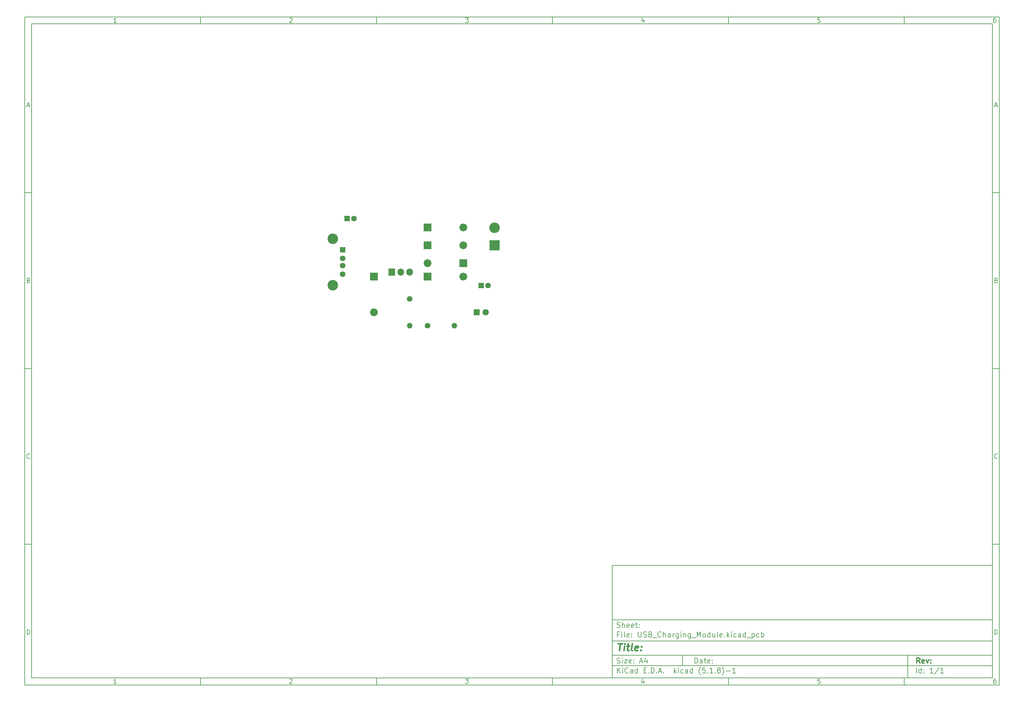
<source format=gtl>
%TF.GenerationSoftware,KiCad,Pcbnew,(5.1.8)-1*%
%TF.CreationDate,2021-07-24T17:40:12+02:00*%
%TF.ProjectId,USB_Charging_Module,5553425f-4368-4617-9267-696e675f4d6f,rev?*%
%TF.SameCoordinates,Original*%
%TF.FileFunction,Copper,L1,Top*%
%TF.FilePolarity,Positive*%
%FSLAX46Y46*%
G04 Gerber Fmt 4.6, Leading zero omitted, Abs format (unit mm)*
G04 Created by KiCad (PCBNEW (5.1.8)-1) date 2021-07-24 17:40:12*
%MOMM*%
%LPD*%
G01*
G04 APERTURE LIST*
%ADD10C,0.100000*%
%ADD11C,0.150000*%
%ADD12C,0.300000*%
%ADD13C,0.400000*%
%TA.AperFunction,ComponentPad*%
%ADD14C,1.600000*%
%TD*%
%TA.AperFunction,ComponentPad*%
%ADD15R,1.500000X1.600000*%
%TD*%
%TA.AperFunction,ComponentPad*%
%ADD16C,3.000000*%
%TD*%
%TA.AperFunction,ComponentPad*%
%ADD17C,1.800000*%
%TD*%
%TA.AperFunction,ComponentPad*%
%ADD18R,1.800000X1.800000*%
%TD*%
%TA.AperFunction,ComponentPad*%
%ADD19R,1.600000X1.600000*%
%TD*%
%TA.AperFunction,ComponentPad*%
%ADD20R,2.200000X2.200000*%
%TD*%
%TA.AperFunction,ComponentPad*%
%ADD21O,2.200000X2.200000*%
%TD*%
%TA.AperFunction,ComponentPad*%
%ADD22R,3.000000X3.000000*%
%TD*%
%TA.AperFunction,ComponentPad*%
%ADD23O,1.600000X1.600000*%
%TD*%
%TA.AperFunction,ComponentPad*%
%ADD24R,1.905000X2.000000*%
%TD*%
%TA.AperFunction,ComponentPad*%
%ADD25O,1.905000X2.000000*%
%TD*%
G04 APERTURE END LIST*
D10*
D11*
X177002200Y-166007200D02*
X177002200Y-198007200D01*
X285002200Y-198007200D01*
X285002200Y-166007200D01*
X177002200Y-166007200D01*
D10*
D11*
X10000000Y-10000000D02*
X10000000Y-200007200D01*
X287002200Y-200007200D01*
X287002200Y-10000000D01*
X10000000Y-10000000D01*
D10*
D11*
X12000000Y-12000000D02*
X12000000Y-198007200D01*
X285002200Y-198007200D01*
X285002200Y-12000000D01*
X12000000Y-12000000D01*
D10*
D11*
X60000000Y-12000000D02*
X60000000Y-10000000D01*
D10*
D11*
X110000000Y-12000000D02*
X110000000Y-10000000D01*
D10*
D11*
X160000000Y-12000000D02*
X160000000Y-10000000D01*
D10*
D11*
X210000000Y-12000000D02*
X210000000Y-10000000D01*
D10*
D11*
X260000000Y-12000000D02*
X260000000Y-10000000D01*
D10*
D11*
X36065476Y-11588095D02*
X35322619Y-11588095D01*
X35694047Y-11588095D02*
X35694047Y-10288095D01*
X35570238Y-10473809D01*
X35446428Y-10597619D01*
X35322619Y-10659523D01*
D10*
D11*
X85322619Y-10411904D02*
X85384523Y-10350000D01*
X85508333Y-10288095D01*
X85817857Y-10288095D01*
X85941666Y-10350000D01*
X86003571Y-10411904D01*
X86065476Y-10535714D01*
X86065476Y-10659523D01*
X86003571Y-10845238D01*
X85260714Y-11588095D01*
X86065476Y-11588095D01*
D10*
D11*
X135260714Y-10288095D02*
X136065476Y-10288095D01*
X135632142Y-10783333D01*
X135817857Y-10783333D01*
X135941666Y-10845238D01*
X136003571Y-10907142D01*
X136065476Y-11030952D01*
X136065476Y-11340476D01*
X136003571Y-11464285D01*
X135941666Y-11526190D01*
X135817857Y-11588095D01*
X135446428Y-11588095D01*
X135322619Y-11526190D01*
X135260714Y-11464285D01*
D10*
D11*
X185941666Y-10721428D02*
X185941666Y-11588095D01*
X185632142Y-10226190D02*
X185322619Y-11154761D01*
X186127380Y-11154761D01*
D10*
D11*
X236003571Y-10288095D02*
X235384523Y-10288095D01*
X235322619Y-10907142D01*
X235384523Y-10845238D01*
X235508333Y-10783333D01*
X235817857Y-10783333D01*
X235941666Y-10845238D01*
X236003571Y-10907142D01*
X236065476Y-11030952D01*
X236065476Y-11340476D01*
X236003571Y-11464285D01*
X235941666Y-11526190D01*
X235817857Y-11588095D01*
X235508333Y-11588095D01*
X235384523Y-11526190D01*
X235322619Y-11464285D01*
D10*
D11*
X285941666Y-10288095D02*
X285694047Y-10288095D01*
X285570238Y-10350000D01*
X285508333Y-10411904D01*
X285384523Y-10597619D01*
X285322619Y-10845238D01*
X285322619Y-11340476D01*
X285384523Y-11464285D01*
X285446428Y-11526190D01*
X285570238Y-11588095D01*
X285817857Y-11588095D01*
X285941666Y-11526190D01*
X286003571Y-11464285D01*
X286065476Y-11340476D01*
X286065476Y-11030952D01*
X286003571Y-10907142D01*
X285941666Y-10845238D01*
X285817857Y-10783333D01*
X285570238Y-10783333D01*
X285446428Y-10845238D01*
X285384523Y-10907142D01*
X285322619Y-11030952D01*
D10*
D11*
X60000000Y-198007200D02*
X60000000Y-200007200D01*
D10*
D11*
X110000000Y-198007200D02*
X110000000Y-200007200D01*
D10*
D11*
X160000000Y-198007200D02*
X160000000Y-200007200D01*
D10*
D11*
X210000000Y-198007200D02*
X210000000Y-200007200D01*
D10*
D11*
X260000000Y-198007200D02*
X260000000Y-200007200D01*
D10*
D11*
X36065476Y-199595295D02*
X35322619Y-199595295D01*
X35694047Y-199595295D02*
X35694047Y-198295295D01*
X35570238Y-198481009D01*
X35446428Y-198604819D01*
X35322619Y-198666723D01*
D10*
D11*
X85322619Y-198419104D02*
X85384523Y-198357200D01*
X85508333Y-198295295D01*
X85817857Y-198295295D01*
X85941666Y-198357200D01*
X86003571Y-198419104D01*
X86065476Y-198542914D01*
X86065476Y-198666723D01*
X86003571Y-198852438D01*
X85260714Y-199595295D01*
X86065476Y-199595295D01*
D10*
D11*
X135260714Y-198295295D02*
X136065476Y-198295295D01*
X135632142Y-198790533D01*
X135817857Y-198790533D01*
X135941666Y-198852438D01*
X136003571Y-198914342D01*
X136065476Y-199038152D01*
X136065476Y-199347676D01*
X136003571Y-199471485D01*
X135941666Y-199533390D01*
X135817857Y-199595295D01*
X135446428Y-199595295D01*
X135322619Y-199533390D01*
X135260714Y-199471485D01*
D10*
D11*
X185941666Y-198728628D02*
X185941666Y-199595295D01*
X185632142Y-198233390D02*
X185322619Y-199161961D01*
X186127380Y-199161961D01*
D10*
D11*
X236003571Y-198295295D02*
X235384523Y-198295295D01*
X235322619Y-198914342D01*
X235384523Y-198852438D01*
X235508333Y-198790533D01*
X235817857Y-198790533D01*
X235941666Y-198852438D01*
X236003571Y-198914342D01*
X236065476Y-199038152D01*
X236065476Y-199347676D01*
X236003571Y-199471485D01*
X235941666Y-199533390D01*
X235817857Y-199595295D01*
X235508333Y-199595295D01*
X235384523Y-199533390D01*
X235322619Y-199471485D01*
D10*
D11*
X285941666Y-198295295D02*
X285694047Y-198295295D01*
X285570238Y-198357200D01*
X285508333Y-198419104D01*
X285384523Y-198604819D01*
X285322619Y-198852438D01*
X285322619Y-199347676D01*
X285384523Y-199471485D01*
X285446428Y-199533390D01*
X285570238Y-199595295D01*
X285817857Y-199595295D01*
X285941666Y-199533390D01*
X286003571Y-199471485D01*
X286065476Y-199347676D01*
X286065476Y-199038152D01*
X286003571Y-198914342D01*
X285941666Y-198852438D01*
X285817857Y-198790533D01*
X285570238Y-198790533D01*
X285446428Y-198852438D01*
X285384523Y-198914342D01*
X285322619Y-199038152D01*
D10*
D11*
X10000000Y-60000000D02*
X12000000Y-60000000D01*
D10*
D11*
X10000000Y-110000000D02*
X12000000Y-110000000D01*
D10*
D11*
X10000000Y-160000000D02*
X12000000Y-160000000D01*
D10*
D11*
X10690476Y-35216666D02*
X11309523Y-35216666D01*
X10566666Y-35588095D02*
X11000000Y-34288095D01*
X11433333Y-35588095D01*
D10*
D11*
X11092857Y-84907142D02*
X11278571Y-84969047D01*
X11340476Y-85030952D01*
X11402380Y-85154761D01*
X11402380Y-85340476D01*
X11340476Y-85464285D01*
X11278571Y-85526190D01*
X11154761Y-85588095D01*
X10659523Y-85588095D01*
X10659523Y-84288095D01*
X11092857Y-84288095D01*
X11216666Y-84350000D01*
X11278571Y-84411904D01*
X11340476Y-84535714D01*
X11340476Y-84659523D01*
X11278571Y-84783333D01*
X11216666Y-84845238D01*
X11092857Y-84907142D01*
X10659523Y-84907142D01*
D10*
D11*
X11402380Y-135464285D02*
X11340476Y-135526190D01*
X11154761Y-135588095D01*
X11030952Y-135588095D01*
X10845238Y-135526190D01*
X10721428Y-135402380D01*
X10659523Y-135278571D01*
X10597619Y-135030952D01*
X10597619Y-134845238D01*
X10659523Y-134597619D01*
X10721428Y-134473809D01*
X10845238Y-134350000D01*
X11030952Y-134288095D01*
X11154761Y-134288095D01*
X11340476Y-134350000D01*
X11402380Y-134411904D01*
D10*
D11*
X10659523Y-185588095D02*
X10659523Y-184288095D01*
X10969047Y-184288095D01*
X11154761Y-184350000D01*
X11278571Y-184473809D01*
X11340476Y-184597619D01*
X11402380Y-184845238D01*
X11402380Y-185030952D01*
X11340476Y-185278571D01*
X11278571Y-185402380D01*
X11154761Y-185526190D01*
X10969047Y-185588095D01*
X10659523Y-185588095D01*
D10*
D11*
X287002200Y-60000000D02*
X285002200Y-60000000D01*
D10*
D11*
X287002200Y-110000000D02*
X285002200Y-110000000D01*
D10*
D11*
X287002200Y-160000000D02*
X285002200Y-160000000D01*
D10*
D11*
X285692676Y-35216666D02*
X286311723Y-35216666D01*
X285568866Y-35588095D02*
X286002200Y-34288095D01*
X286435533Y-35588095D01*
D10*
D11*
X286095057Y-84907142D02*
X286280771Y-84969047D01*
X286342676Y-85030952D01*
X286404580Y-85154761D01*
X286404580Y-85340476D01*
X286342676Y-85464285D01*
X286280771Y-85526190D01*
X286156961Y-85588095D01*
X285661723Y-85588095D01*
X285661723Y-84288095D01*
X286095057Y-84288095D01*
X286218866Y-84350000D01*
X286280771Y-84411904D01*
X286342676Y-84535714D01*
X286342676Y-84659523D01*
X286280771Y-84783333D01*
X286218866Y-84845238D01*
X286095057Y-84907142D01*
X285661723Y-84907142D01*
D10*
D11*
X286404580Y-135464285D02*
X286342676Y-135526190D01*
X286156961Y-135588095D01*
X286033152Y-135588095D01*
X285847438Y-135526190D01*
X285723628Y-135402380D01*
X285661723Y-135278571D01*
X285599819Y-135030952D01*
X285599819Y-134845238D01*
X285661723Y-134597619D01*
X285723628Y-134473809D01*
X285847438Y-134350000D01*
X286033152Y-134288095D01*
X286156961Y-134288095D01*
X286342676Y-134350000D01*
X286404580Y-134411904D01*
D10*
D11*
X285661723Y-185588095D02*
X285661723Y-184288095D01*
X285971247Y-184288095D01*
X286156961Y-184350000D01*
X286280771Y-184473809D01*
X286342676Y-184597619D01*
X286404580Y-184845238D01*
X286404580Y-185030952D01*
X286342676Y-185278571D01*
X286280771Y-185402380D01*
X286156961Y-185526190D01*
X285971247Y-185588095D01*
X285661723Y-185588095D01*
D10*
D11*
X200434342Y-193785771D02*
X200434342Y-192285771D01*
X200791485Y-192285771D01*
X201005771Y-192357200D01*
X201148628Y-192500057D01*
X201220057Y-192642914D01*
X201291485Y-192928628D01*
X201291485Y-193142914D01*
X201220057Y-193428628D01*
X201148628Y-193571485D01*
X201005771Y-193714342D01*
X200791485Y-193785771D01*
X200434342Y-193785771D01*
X202577200Y-193785771D02*
X202577200Y-193000057D01*
X202505771Y-192857200D01*
X202362914Y-192785771D01*
X202077200Y-192785771D01*
X201934342Y-192857200D01*
X202577200Y-193714342D02*
X202434342Y-193785771D01*
X202077200Y-193785771D01*
X201934342Y-193714342D01*
X201862914Y-193571485D01*
X201862914Y-193428628D01*
X201934342Y-193285771D01*
X202077200Y-193214342D01*
X202434342Y-193214342D01*
X202577200Y-193142914D01*
X203077200Y-192785771D02*
X203648628Y-192785771D01*
X203291485Y-192285771D02*
X203291485Y-193571485D01*
X203362914Y-193714342D01*
X203505771Y-193785771D01*
X203648628Y-193785771D01*
X204720057Y-193714342D02*
X204577200Y-193785771D01*
X204291485Y-193785771D01*
X204148628Y-193714342D01*
X204077200Y-193571485D01*
X204077200Y-193000057D01*
X204148628Y-192857200D01*
X204291485Y-192785771D01*
X204577200Y-192785771D01*
X204720057Y-192857200D01*
X204791485Y-193000057D01*
X204791485Y-193142914D01*
X204077200Y-193285771D01*
X205434342Y-193642914D02*
X205505771Y-193714342D01*
X205434342Y-193785771D01*
X205362914Y-193714342D01*
X205434342Y-193642914D01*
X205434342Y-193785771D01*
X205434342Y-192857200D02*
X205505771Y-192928628D01*
X205434342Y-193000057D01*
X205362914Y-192928628D01*
X205434342Y-192857200D01*
X205434342Y-193000057D01*
D10*
D11*
X177002200Y-194507200D02*
X285002200Y-194507200D01*
D10*
D11*
X178434342Y-196585771D02*
X178434342Y-195085771D01*
X179291485Y-196585771D02*
X178648628Y-195728628D01*
X179291485Y-195085771D02*
X178434342Y-195942914D01*
X179934342Y-196585771D02*
X179934342Y-195585771D01*
X179934342Y-195085771D02*
X179862914Y-195157200D01*
X179934342Y-195228628D01*
X180005771Y-195157200D01*
X179934342Y-195085771D01*
X179934342Y-195228628D01*
X181505771Y-196442914D02*
X181434342Y-196514342D01*
X181220057Y-196585771D01*
X181077200Y-196585771D01*
X180862914Y-196514342D01*
X180720057Y-196371485D01*
X180648628Y-196228628D01*
X180577200Y-195942914D01*
X180577200Y-195728628D01*
X180648628Y-195442914D01*
X180720057Y-195300057D01*
X180862914Y-195157200D01*
X181077200Y-195085771D01*
X181220057Y-195085771D01*
X181434342Y-195157200D01*
X181505771Y-195228628D01*
X182791485Y-196585771D02*
X182791485Y-195800057D01*
X182720057Y-195657200D01*
X182577200Y-195585771D01*
X182291485Y-195585771D01*
X182148628Y-195657200D01*
X182791485Y-196514342D02*
X182648628Y-196585771D01*
X182291485Y-196585771D01*
X182148628Y-196514342D01*
X182077200Y-196371485D01*
X182077200Y-196228628D01*
X182148628Y-196085771D01*
X182291485Y-196014342D01*
X182648628Y-196014342D01*
X182791485Y-195942914D01*
X184148628Y-196585771D02*
X184148628Y-195085771D01*
X184148628Y-196514342D02*
X184005771Y-196585771D01*
X183720057Y-196585771D01*
X183577200Y-196514342D01*
X183505771Y-196442914D01*
X183434342Y-196300057D01*
X183434342Y-195871485D01*
X183505771Y-195728628D01*
X183577200Y-195657200D01*
X183720057Y-195585771D01*
X184005771Y-195585771D01*
X184148628Y-195657200D01*
X186005771Y-195800057D02*
X186505771Y-195800057D01*
X186720057Y-196585771D02*
X186005771Y-196585771D01*
X186005771Y-195085771D01*
X186720057Y-195085771D01*
X187362914Y-196442914D02*
X187434342Y-196514342D01*
X187362914Y-196585771D01*
X187291485Y-196514342D01*
X187362914Y-196442914D01*
X187362914Y-196585771D01*
X188077200Y-196585771D02*
X188077200Y-195085771D01*
X188434342Y-195085771D01*
X188648628Y-195157200D01*
X188791485Y-195300057D01*
X188862914Y-195442914D01*
X188934342Y-195728628D01*
X188934342Y-195942914D01*
X188862914Y-196228628D01*
X188791485Y-196371485D01*
X188648628Y-196514342D01*
X188434342Y-196585771D01*
X188077200Y-196585771D01*
X189577200Y-196442914D02*
X189648628Y-196514342D01*
X189577200Y-196585771D01*
X189505771Y-196514342D01*
X189577200Y-196442914D01*
X189577200Y-196585771D01*
X190220057Y-196157200D02*
X190934342Y-196157200D01*
X190077200Y-196585771D02*
X190577200Y-195085771D01*
X191077200Y-196585771D01*
X191577200Y-196442914D02*
X191648628Y-196514342D01*
X191577200Y-196585771D01*
X191505771Y-196514342D01*
X191577200Y-196442914D01*
X191577200Y-196585771D01*
X194577200Y-196585771D02*
X194577200Y-195085771D01*
X194720057Y-196014342D02*
X195148628Y-196585771D01*
X195148628Y-195585771D02*
X194577200Y-196157200D01*
X195791485Y-196585771D02*
X195791485Y-195585771D01*
X195791485Y-195085771D02*
X195720057Y-195157200D01*
X195791485Y-195228628D01*
X195862914Y-195157200D01*
X195791485Y-195085771D01*
X195791485Y-195228628D01*
X197148628Y-196514342D02*
X197005771Y-196585771D01*
X196720057Y-196585771D01*
X196577200Y-196514342D01*
X196505771Y-196442914D01*
X196434342Y-196300057D01*
X196434342Y-195871485D01*
X196505771Y-195728628D01*
X196577200Y-195657200D01*
X196720057Y-195585771D01*
X197005771Y-195585771D01*
X197148628Y-195657200D01*
X198434342Y-196585771D02*
X198434342Y-195800057D01*
X198362914Y-195657200D01*
X198220057Y-195585771D01*
X197934342Y-195585771D01*
X197791485Y-195657200D01*
X198434342Y-196514342D02*
X198291485Y-196585771D01*
X197934342Y-196585771D01*
X197791485Y-196514342D01*
X197720057Y-196371485D01*
X197720057Y-196228628D01*
X197791485Y-196085771D01*
X197934342Y-196014342D01*
X198291485Y-196014342D01*
X198434342Y-195942914D01*
X199791485Y-196585771D02*
X199791485Y-195085771D01*
X199791485Y-196514342D02*
X199648628Y-196585771D01*
X199362914Y-196585771D01*
X199220057Y-196514342D01*
X199148628Y-196442914D01*
X199077200Y-196300057D01*
X199077200Y-195871485D01*
X199148628Y-195728628D01*
X199220057Y-195657200D01*
X199362914Y-195585771D01*
X199648628Y-195585771D01*
X199791485Y-195657200D01*
X202077200Y-197157200D02*
X202005771Y-197085771D01*
X201862914Y-196871485D01*
X201791485Y-196728628D01*
X201720057Y-196514342D01*
X201648628Y-196157200D01*
X201648628Y-195871485D01*
X201720057Y-195514342D01*
X201791485Y-195300057D01*
X201862914Y-195157200D01*
X202005771Y-194942914D01*
X202077200Y-194871485D01*
X203362914Y-195085771D02*
X202648628Y-195085771D01*
X202577200Y-195800057D01*
X202648628Y-195728628D01*
X202791485Y-195657200D01*
X203148628Y-195657200D01*
X203291485Y-195728628D01*
X203362914Y-195800057D01*
X203434342Y-195942914D01*
X203434342Y-196300057D01*
X203362914Y-196442914D01*
X203291485Y-196514342D01*
X203148628Y-196585771D01*
X202791485Y-196585771D01*
X202648628Y-196514342D01*
X202577200Y-196442914D01*
X204077200Y-196442914D02*
X204148628Y-196514342D01*
X204077200Y-196585771D01*
X204005771Y-196514342D01*
X204077200Y-196442914D01*
X204077200Y-196585771D01*
X205577200Y-196585771D02*
X204720057Y-196585771D01*
X205148628Y-196585771D02*
X205148628Y-195085771D01*
X205005771Y-195300057D01*
X204862914Y-195442914D01*
X204720057Y-195514342D01*
X206220057Y-196442914D02*
X206291485Y-196514342D01*
X206220057Y-196585771D01*
X206148628Y-196514342D01*
X206220057Y-196442914D01*
X206220057Y-196585771D01*
X207148628Y-195728628D02*
X207005771Y-195657200D01*
X206934342Y-195585771D01*
X206862914Y-195442914D01*
X206862914Y-195371485D01*
X206934342Y-195228628D01*
X207005771Y-195157200D01*
X207148628Y-195085771D01*
X207434342Y-195085771D01*
X207577200Y-195157200D01*
X207648628Y-195228628D01*
X207720057Y-195371485D01*
X207720057Y-195442914D01*
X207648628Y-195585771D01*
X207577200Y-195657200D01*
X207434342Y-195728628D01*
X207148628Y-195728628D01*
X207005771Y-195800057D01*
X206934342Y-195871485D01*
X206862914Y-196014342D01*
X206862914Y-196300057D01*
X206934342Y-196442914D01*
X207005771Y-196514342D01*
X207148628Y-196585771D01*
X207434342Y-196585771D01*
X207577200Y-196514342D01*
X207648628Y-196442914D01*
X207720057Y-196300057D01*
X207720057Y-196014342D01*
X207648628Y-195871485D01*
X207577200Y-195800057D01*
X207434342Y-195728628D01*
X208220057Y-197157200D02*
X208291485Y-197085771D01*
X208434342Y-196871485D01*
X208505771Y-196728628D01*
X208577200Y-196514342D01*
X208648628Y-196157200D01*
X208648628Y-195871485D01*
X208577200Y-195514342D01*
X208505771Y-195300057D01*
X208434342Y-195157200D01*
X208291485Y-194942914D01*
X208220057Y-194871485D01*
X209362914Y-196014342D02*
X210505771Y-196014342D01*
X212005771Y-196585771D02*
X211148628Y-196585771D01*
X211577200Y-196585771D02*
X211577200Y-195085771D01*
X211434342Y-195300057D01*
X211291485Y-195442914D01*
X211148628Y-195514342D01*
D10*
D11*
X177002200Y-191507200D02*
X285002200Y-191507200D01*
D10*
D12*
X264411485Y-193785771D02*
X263911485Y-193071485D01*
X263554342Y-193785771D02*
X263554342Y-192285771D01*
X264125771Y-192285771D01*
X264268628Y-192357200D01*
X264340057Y-192428628D01*
X264411485Y-192571485D01*
X264411485Y-192785771D01*
X264340057Y-192928628D01*
X264268628Y-193000057D01*
X264125771Y-193071485D01*
X263554342Y-193071485D01*
X265625771Y-193714342D02*
X265482914Y-193785771D01*
X265197200Y-193785771D01*
X265054342Y-193714342D01*
X264982914Y-193571485D01*
X264982914Y-193000057D01*
X265054342Y-192857200D01*
X265197200Y-192785771D01*
X265482914Y-192785771D01*
X265625771Y-192857200D01*
X265697200Y-193000057D01*
X265697200Y-193142914D01*
X264982914Y-193285771D01*
X266197200Y-192785771D02*
X266554342Y-193785771D01*
X266911485Y-192785771D01*
X267482914Y-193642914D02*
X267554342Y-193714342D01*
X267482914Y-193785771D01*
X267411485Y-193714342D01*
X267482914Y-193642914D01*
X267482914Y-193785771D01*
X267482914Y-192857200D02*
X267554342Y-192928628D01*
X267482914Y-193000057D01*
X267411485Y-192928628D01*
X267482914Y-192857200D01*
X267482914Y-193000057D01*
D10*
D11*
X178362914Y-193714342D02*
X178577200Y-193785771D01*
X178934342Y-193785771D01*
X179077200Y-193714342D01*
X179148628Y-193642914D01*
X179220057Y-193500057D01*
X179220057Y-193357200D01*
X179148628Y-193214342D01*
X179077200Y-193142914D01*
X178934342Y-193071485D01*
X178648628Y-193000057D01*
X178505771Y-192928628D01*
X178434342Y-192857200D01*
X178362914Y-192714342D01*
X178362914Y-192571485D01*
X178434342Y-192428628D01*
X178505771Y-192357200D01*
X178648628Y-192285771D01*
X179005771Y-192285771D01*
X179220057Y-192357200D01*
X179862914Y-193785771D02*
X179862914Y-192785771D01*
X179862914Y-192285771D02*
X179791485Y-192357200D01*
X179862914Y-192428628D01*
X179934342Y-192357200D01*
X179862914Y-192285771D01*
X179862914Y-192428628D01*
X180434342Y-192785771D02*
X181220057Y-192785771D01*
X180434342Y-193785771D01*
X181220057Y-193785771D01*
X182362914Y-193714342D02*
X182220057Y-193785771D01*
X181934342Y-193785771D01*
X181791485Y-193714342D01*
X181720057Y-193571485D01*
X181720057Y-193000057D01*
X181791485Y-192857200D01*
X181934342Y-192785771D01*
X182220057Y-192785771D01*
X182362914Y-192857200D01*
X182434342Y-193000057D01*
X182434342Y-193142914D01*
X181720057Y-193285771D01*
X183077200Y-193642914D02*
X183148628Y-193714342D01*
X183077200Y-193785771D01*
X183005771Y-193714342D01*
X183077200Y-193642914D01*
X183077200Y-193785771D01*
X183077200Y-192857200D02*
X183148628Y-192928628D01*
X183077200Y-193000057D01*
X183005771Y-192928628D01*
X183077200Y-192857200D01*
X183077200Y-193000057D01*
X184862914Y-193357200D02*
X185577200Y-193357200D01*
X184720057Y-193785771D02*
X185220057Y-192285771D01*
X185720057Y-193785771D01*
X186862914Y-192785771D02*
X186862914Y-193785771D01*
X186505771Y-192214342D02*
X186148628Y-193285771D01*
X187077200Y-193285771D01*
D10*
D11*
X263434342Y-196585771D02*
X263434342Y-195085771D01*
X264791485Y-196585771D02*
X264791485Y-195085771D01*
X264791485Y-196514342D02*
X264648628Y-196585771D01*
X264362914Y-196585771D01*
X264220057Y-196514342D01*
X264148628Y-196442914D01*
X264077200Y-196300057D01*
X264077200Y-195871485D01*
X264148628Y-195728628D01*
X264220057Y-195657200D01*
X264362914Y-195585771D01*
X264648628Y-195585771D01*
X264791485Y-195657200D01*
X265505771Y-196442914D02*
X265577200Y-196514342D01*
X265505771Y-196585771D01*
X265434342Y-196514342D01*
X265505771Y-196442914D01*
X265505771Y-196585771D01*
X265505771Y-195657200D02*
X265577200Y-195728628D01*
X265505771Y-195800057D01*
X265434342Y-195728628D01*
X265505771Y-195657200D01*
X265505771Y-195800057D01*
X268148628Y-196585771D02*
X267291485Y-196585771D01*
X267720057Y-196585771D02*
X267720057Y-195085771D01*
X267577200Y-195300057D01*
X267434342Y-195442914D01*
X267291485Y-195514342D01*
X269862914Y-195014342D02*
X268577200Y-196942914D01*
X271148628Y-196585771D02*
X270291485Y-196585771D01*
X270720057Y-196585771D02*
X270720057Y-195085771D01*
X270577200Y-195300057D01*
X270434342Y-195442914D01*
X270291485Y-195514342D01*
D10*
D11*
X177002200Y-187507200D02*
X285002200Y-187507200D01*
D10*
D13*
X178714580Y-188211961D02*
X179857438Y-188211961D01*
X179036009Y-190211961D02*
X179286009Y-188211961D01*
X180274104Y-190211961D02*
X180440771Y-188878628D01*
X180524104Y-188211961D02*
X180416961Y-188307200D01*
X180500295Y-188402438D01*
X180607438Y-188307200D01*
X180524104Y-188211961D01*
X180500295Y-188402438D01*
X181107438Y-188878628D02*
X181869342Y-188878628D01*
X181476485Y-188211961D02*
X181262200Y-189926247D01*
X181333628Y-190116723D01*
X181512200Y-190211961D01*
X181702676Y-190211961D01*
X182655057Y-190211961D02*
X182476485Y-190116723D01*
X182405057Y-189926247D01*
X182619342Y-188211961D01*
X184190771Y-190116723D02*
X183988390Y-190211961D01*
X183607438Y-190211961D01*
X183428866Y-190116723D01*
X183357438Y-189926247D01*
X183452676Y-189164342D01*
X183571723Y-188973866D01*
X183774104Y-188878628D01*
X184155057Y-188878628D01*
X184333628Y-188973866D01*
X184405057Y-189164342D01*
X184381247Y-189354819D01*
X183405057Y-189545295D01*
X185155057Y-190021485D02*
X185238390Y-190116723D01*
X185131247Y-190211961D01*
X185047914Y-190116723D01*
X185155057Y-190021485D01*
X185131247Y-190211961D01*
X185286009Y-188973866D02*
X185369342Y-189069104D01*
X185262200Y-189164342D01*
X185178866Y-189069104D01*
X185286009Y-188973866D01*
X185262200Y-189164342D01*
D10*
D11*
X178934342Y-185600057D02*
X178434342Y-185600057D01*
X178434342Y-186385771D02*
X178434342Y-184885771D01*
X179148628Y-184885771D01*
X179720057Y-186385771D02*
X179720057Y-185385771D01*
X179720057Y-184885771D02*
X179648628Y-184957200D01*
X179720057Y-185028628D01*
X179791485Y-184957200D01*
X179720057Y-184885771D01*
X179720057Y-185028628D01*
X180648628Y-186385771D02*
X180505771Y-186314342D01*
X180434342Y-186171485D01*
X180434342Y-184885771D01*
X181791485Y-186314342D02*
X181648628Y-186385771D01*
X181362914Y-186385771D01*
X181220057Y-186314342D01*
X181148628Y-186171485D01*
X181148628Y-185600057D01*
X181220057Y-185457200D01*
X181362914Y-185385771D01*
X181648628Y-185385771D01*
X181791485Y-185457200D01*
X181862914Y-185600057D01*
X181862914Y-185742914D01*
X181148628Y-185885771D01*
X182505771Y-186242914D02*
X182577200Y-186314342D01*
X182505771Y-186385771D01*
X182434342Y-186314342D01*
X182505771Y-186242914D01*
X182505771Y-186385771D01*
X182505771Y-185457200D02*
X182577200Y-185528628D01*
X182505771Y-185600057D01*
X182434342Y-185528628D01*
X182505771Y-185457200D01*
X182505771Y-185600057D01*
X184362914Y-184885771D02*
X184362914Y-186100057D01*
X184434342Y-186242914D01*
X184505771Y-186314342D01*
X184648628Y-186385771D01*
X184934342Y-186385771D01*
X185077200Y-186314342D01*
X185148628Y-186242914D01*
X185220057Y-186100057D01*
X185220057Y-184885771D01*
X185862914Y-186314342D02*
X186077200Y-186385771D01*
X186434342Y-186385771D01*
X186577200Y-186314342D01*
X186648628Y-186242914D01*
X186720057Y-186100057D01*
X186720057Y-185957200D01*
X186648628Y-185814342D01*
X186577200Y-185742914D01*
X186434342Y-185671485D01*
X186148628Y-185600057D01*
X186005771Y-185528628D01*
X185934342Y-185457200D01*
X185862914Y-185314342D01*
X185862914Y-185171485D01*
X185934342Y-185028628D01*
X186005771Y-184957200D01*
X186148628Y-184885771D01*
X186505771Y-184885771D01*
X186720057Y-184957200D01*
X187862914Y-185600057D02*
X188077200Y-185671485D01*
X188148628Y-185742914D01*
X188220057Y-185885771D01*
X188220057Y-186100057D01*
X188148628Y-186242914D01*
X188077200Y-186314342D01*
X187934342Y-186385771D01*
X187362914Y-186385771D01*
X187362914Y-184885771D01*
X187862914Y-184885771D01*
X188005771Y-184957200D01*
X188077200Y-185028628D01*
X188148628Y-185171485D01*
X188148628Y-185314342D01*
X188077200Y-185457200D01*
X188005771Y-185528628D01*
X187862914Y-185600057D01*
X187362914Y-185600057D01*
X188505771Y-186528628D02*
X189648628Y-186528628D01*
X190862914Y-186242914D02*
X190791485Y-186314342D01*
X190577200Y-186385771D01*
X190434342Y-186385771D01*
X190220057Y-186314342D01*
X190077200Y-186171485D01*
X190005771Y-186028628D01*
X189934342Y-185742914D01*
X189934342Y-185528628D01*
X190005771Y-185242914D01*
X190077200Y-185100057D01*
X190220057Y-184957200D01*
X190434342Y-184885771D01*
X190577200Y-184885771D01*
X190791485Y-184957200D01*
X190862914Y-185028628D01*
X191505771Y-186385771D02*
X191505771Y-184885771D01*
X192148628Y-186385771D02*
X192148628Y-185600057D01*
X192077200Y-185457200D01*
X191934342Y-185385771D01*
X191720057Y-185385771D01*
X191577200Y-185457200D01*
X191505771Y-185528628D01*
X193505771Y-186385771D02*
X193505771Y-185600057D01*
X193434342Y-185457200D01*
X193291485Y-185385771D01*
X193005771Y-185385771D01*
X192862914Y-185457200D01*
X193505771Y-186314342D02*
X193362914Y-186385771D01*
X193005771Y-186385771D01*
X192862914Y-186314342D01*
X192791485Y-186171485D01*
X192791485Y-186028628D01*
X192862914Y-185885771D01*
X193005771Y-185814342D01*
X193362914Y-185814342D01*
X193505771Y-185742914D01*
X194220057Y-186385771D02*
X194220057Y-185385771D01*
X194220057Y-185671485D02*
X194291485Y-185528628D01*
X194362914Y-185457200D01*
X194505771Y-185385771D01*
X194648628Y-185385771D01*
X195791485Y-185385771D02*
X195791485Y-186600057D01*
X195720057Y-186742914D01*
X195648628Y-186814342D01*
X195505771Y-186885771D01*
X195291485Y-186885771D01*
X195148628Y-186814342D01*
X195791485Y-186314342D02*
X195648628Y-186385771D01*
X195362914Y-186385771D01*
X195220057Y-186314342D01*
X195148628Y-186242914D01*
X195077200Y-186100057D01*
X195077200Y-185671485D01*
X195148628Y-185528628D01*
X195220057Y-185457200D01*
X195362914Y-185385771D01*
X195648628Y-185385771D01*
X195791485Y-185457200D01*
X196505771Y-186385771D02*
X196505771Y-185385771D01*
X196505771Y-184885771D02*
X196434342Y-184957200D01*
X196505771Y-185028628D01*
X196577200Y-184957200D01*
X196505771Y-184885771D01*
X196505771Y-185028628D01*
X197220057Y-185385771D02*
X197220057Y-186385771D01*
X197220057Y-185528628D02*
X197291485Y-185457200D01*
X197434342Y-185385771D01*
X197648628Y-185385771D01*
X197791485Y-185457200D01*
X197862914Y-185600057D01*
X197862914Y-186385771D01*
X199220057Y-185385771D02*
X199220057Y-186600057D01*
X199148628Y-186742914D01*
X199077200Y-186814342D01*
X198934342Y-186885771D01*
X198720057Y-186885771D01*
X198577200Y-186814342D01*
X199220057Y-186314342D02*
X199077200Y-186385771D01*
X198791485Y-186385771D01*
X198648628Y-186314342D01*
X198577200Y-186242914D01*
X198505771Y-186100057D01*
X198505771Y-185671485D01*
X198577200Y-185528628D01*
X198648628Y-185457200D01*
X198791485Y-185385771D01*
X199077200Y-185385771D01*
X199220057Y-185457200D01*
X199577200Y-186528628D02*
X200720057Y-186528628D01*
X201077200Y-186385771D02*
X201077200Y-184885771D01*
X201577200Y-185957200D01*
X202077200Y-184885771D01*
X202077200Y-186385771D01*
X203005771Y-186385771D02*
X202862914Y-186314342D01*
X202791485Y-186242914D01*
X202720057Y-186100057D01*
X202720057Y-185671485D01*
X202791485Y-185528628D01*
X202862914Y-185457200D01*
X203005771Y-185385771D01*
X203220057Y-185385771D01*
X203362914Y-185457200D01*
X203434342Y-185528628D01*
X203505771Y-185671485D01*
X203505771Y-186100057D01*
X203434342Y-186242914D01*
X203362914Y-186314342D01*
X203220057Y-186385771D01*
X203005771Y-186385771D01*
X204791485Y-186385771D02*
X204791485Y-184885771D01*
X204791485Y-186314342D02*
X204648628Y-186385771D01*
X204362914Y-186385771D01*
X204220057Y-186314342D01*
X204148628Y-186242914D01*
X204077200Y-186100057D01*
X204077200Y-185671485D01*
X204148628Y-185528628D01*
X204220057Y-185457200D01*
X204362914Y-185385771D01*
X204648628Y-185385771D01*
X204791485Y-185457200D01*
X206148628Y-185385771D02*
X206148628Y-186385771D01*
X205505771Y-185385771D02*
X205505771Y-186171485D01*
X205577200Y-186314342D01*
X205720057Y-186385771D01*
X205934342Y-186385771D01*
X206077200Y-186314342D01*
X206148628Y-186242914D01*
X207077200Y-186385771D02*
X206934342Y-186314342D01*
X206862914Y-186171485D01*
X206862914Y-184885771D01*
X208220057Y-186314342D02*
X208077200Y-186385771D01*
X207791485Y-186385771D01*
X207648628Y-186314342D01*
X207577200Y-186171485D01*
X207577200Y-185600057D01*
X207648628Y-185457200D01*
X207791485Y-185385771D01*
X208077200Y-185385771D01*
X208220057Y-185457200D01*
X208291485Y-185600057D01*
X208291485Y-185742914D01*
X207577200Y-185885771D01*
X208934342Y-186242914D02*
X209005771Y-186314342D01*
X208934342Y-186385771D01*
X208862914Y-186314342D01*
X208934342Y-186242914D01*
X208934342Y-186385771D01*
X209648628Y-186385771D02*
X209648628Y-184885771D01*
X209791485Y-185814342D02*
X210220057Y-186385771D01*
X210220057Y-185385771D02*
X209648628Y-185957200D01*
X210862914Y-186385771D02*
X210862914Y-185385771D01*
X210862914Y-184885771D02*
X210791485Y-184957200D01*
X210862914Y-185028628D01*
X210934342Y-184957200D01*
X210862914Y-184885771D01*
X210862914Y-185028628D01*
X212220057Y-186314342D02*
X212077200Y-186385771D01*
X211791485Y-186385771D01*
X211648628Y-186314342D01*
X211577200Y-186242914D01*
X211505771Y-186100057D01*
X211505771Y-185671485D01*
X211577200Y-185528628D01*
X211648628Y-185457200D01*
X211791485Y-185385771D01*
X212077200Y-185385771D01*
X212220057Y-185457200D01*
X213505771Y-186385771D02*
X213505771Y-185600057D01*
X213434342Y-185457200D01*
X213291485Y-185385771D01*
X213005771Y-185385771D01*
X212862914Y-185457200D01*
X213505771Y-186314342D02*
X213362914Y-186385771D01*
X213005771Y-186385771D01*
X212862914Y-186314342D01*
X212791485Y-186171485D01*
X212791485Y-186028628D01*
X212862914Y-185885771D01*
X213005771Y-185814342D01*
X213362914Y-185814342D01*
X213505771Y-185742914D01*
X214862914Y-186385771D02*
X214862914Y-184885771D01*
X214862914Y-186314342D02*
X214720057Y-186385771D01*
X214434342Y-186385771D01*
X214291485Y-186314342D01*
X214220057Y-186242914D01*
X214148628Y-186100057D01*
X214148628Y-185671485D01*
X214220057Y-185528628D01*
X214291485Y-185457200D01*
X214434342Y-185385771D01*
X214720057Y-185385771D01*
X214862914Y-185457200D01*
X215220057Y-186528628D02*
X216362914Y-186528628D01*
X216720057Y-185385771D02*
X216720057Y-186885771D01*
X216720057Y-185457200D02*
X216862914Y-185385771D01*
X217148628Y-185385771D01*
X217291485Y-185457200D01*
X217362914Y-185528628D01*
X217434342Y-185671485D01*
X217434342Y-186100057D01*
X217362914Y-186242914D01*
X217291485Y-186314342D01*
X217148628Y-186385771D01*
X216862914Y-186385771D01*
X216720057Y-186314342D01*
X218720057Y-186314342D02*
X218577200Y-186385771D01*
X218291485Y-186385771D01*
X218148628Y-186314342D01*
X218077200Y-186242914D01*
X218005771Y-186100057D01*
X218005771Y-185671485D01*
X218077200Y-185528628D01*
X218148628Y-185457200D01*
X218291485Y-185385771D01*
X218577200Y-185385771D01*
X218720057Y-185457200D01*
X219362914Y-186385771D02*
X219362914Y-184885771D01*
X219362914Y-185457200D02*
X219505771Y-185385771D01*
X219791485Y-185385771D01*
X219934342Y-185457200D01*
X220005771Y-185528628D01*
X220077200Y-185671485D01*
X220077200Y-186100057D01*
X220005771Y-186242914D01*
X219934342Y-186314342D01*
X219791485Y-186385771D01*
X219505771Y-186385771D01*
X219362914Y-186314342D01*
D10*
D11*
X177002200Y-181507200D02*
X285002200Y-181507200D01*
D10*
D11*
X178362914Y-183614342D02*
X178577200Y-183685771D01*
X178934342Y-183685771D01*
X179077200Y-183614342D01*
X179148628Y-183542914D01*
X179220057Y-183400057D01*
X179220057Y-183257200D01*
X179148628Y-183114342D01*
X179077200Y-183042914D01*
X178934342Y-182971485D01*
X178648628Y-182900057D01*
X178505771Y-182828628D01*
X178434342Y-182757200D01*
X178362914Y-182614342D01*
X178362914Y-182471485D01*
X178434342Y-182328628D01*
X178505771Y-182257200D01*
X178648628Y-182185771D01*
X179005771Y-182185771D01*
X179220057Y-182257200D01*
X179862914Y-183685771D02*
X179862914Y-182185771D01*
X180505771Y-183685771D02*
X180505771Y-182900057D01*
X180434342Y-182757200D01*
X180291485Y-182685771D01*
X180077200Y-182685771D01*
X179934342Y-182757200D01*
X179862914Y-182828628D01*
X181791485Y-183614342D02*
X181648628Y-183685771D01*
X181362914Y-183685771D01*
X181220057Y-183614342D01*
X181148628Y-183471485D01*
X181148628Y-182900057D01*
X181220057Y-182757200D01*
X181362914Y-182685771D01*
X181648628Y-182685771D01*
X181791485Y-182757200D01*
X181862914Y-182900057D01*
X181862914Y-183042914D01*
X181148628Y-183185771D01*
X183077200Y-183614342D02*
X182934342Y-183685771D01*
X182648628Y-183685771D01*
X182505771Y-183614342D01*
X182434342Y-183471485D01*
X182434342Y-182900057D01*
X182505771Y-182757200D01*
X182648628Y-182685771D01*
X182934342Y-182685771D01*
X183077200Y-182757200D01*
X183148628Y-182900057D01*
X183148628Y-183042914D01*
X182434342Y-183185771D01*
X183577200Y-182685771D02*
X184148628Y-182685771D01*
X183791485Y-182185771D02*
X183791485Y-183471485D01*
X183862914Y-183614342D01*
X184005771Y-183685771D01*
X184148628Y-183685771D01*
X184648628Y-183542914D02*
X184720057Y-183614342D01*
X184648628Y-183685771D01*
X184577200Y-183614342D01*
X184648628Y-183542914D01*
X184648628Y-183685771D01*
X184648628Y-182757200D02*
X184720057Y-182828628D01*
X184648628Y-182900057D01*
X184577200Y-182828628D01*
X184648628Y-182757200D01*
X184648628Y-182900057D01*
D10*
D11*
X197002200Y-191507200D02*
X197002200Y-194507200D01*
D10*
D11*
X261002200Y-191507200D02*
X261002200Y-198007200D01*
D14*
%TO.P,J2,4*%
%TO.N,GND*%
X100320000Y-83200000D03*
%TO.P,J2,3*%
%TO.N,Net-(J2-Pad2)*%
X100320000Y-80700000D03*
%TO.P,J2,2*%
X100320000Y-78700000D03*
D15*
%TO.P,J2,1*%
%TO.N,Net-(C2-Pad1)*%
X100320000Y-76200000D03*
D16*
%TO.P,J2,5*%
%TO.N,N/C*%
X97610000Y-86270000D03*
X97610000Y-73130000D03*
%TD*%
D17*
%TO.P,D6,2*%
%TO.N,Net-(D6-Pad2)*%
X140960000Y-93980000D03*
D18*
%TO.P,D6,1*%
%TO.N,GND*%
X138420000Y-93980000D03*
%TD*%
D19*
%TO.P,C1,1*%
%TO.N,Net-(C1-Pad1)*%
X101590000Y-67310000D03*
D14*
%TO.P,C1,2*%
%TO.N,GND*%
X103590000Y-67310000D03*
%TD*%
%TO.P,C2,2*%
%TO.N,GND*%
X141690000Y-86360000D03*
D19*
%TO.P,C2,1*%
%TO.N,Net-(C2-Pad1)*%
X139690000Y-86360000D03*
%TD*%
D20*
%TO.P,D1,1*%
%TO.N,Net-(D1-Pad1)*%
X124450000Y-83820000D03*
D21*
%TO.P,D1,2*%
%TO.N,GND*%
X134610000Y-83820000D03*
%TD*%
%TO.P,D2,2*%
%TO.N,GND*%
X124450000Y-80010000D03*
D20*
%TO.P,D2,1*%
%TO.N,Net-(D2-Pad1)*%
X134610000Y-80010000D03*
%TD*%
%TO.P,D3,1*%
%TO.N,Net-(C1-Pad1)*%
X124450000Y-69850000D03*
D21*
%TO.P,D3,2*%
%TO.N,Net-(D1-Pad1)*%
X134610000Y-69850000D03*
%TD*%
%TO.P,D4,2*%
%TO.N,Net-(D2-Pad1)*%
X134610000Y-74930000D03*
D20*
%TO.P,D4,1*%
%TO.N,Net-(C1-Pad1)*%
X124450000Y-74930000D03*
%TD*%
%TO.P,D5,1*%
%TO.N,Net-(C1-Pad1)*%
X109210000Y-83820000D03*
D21*
%TO.P,D5,2*%
%TO.N,Net-(C2-Pad1)*%
X109210000Y-93980000D03*
%TD*%
D22*
%TO.P,J1,1*%
%TO.N,Net-(D2-Pad1)*%
X143500000Y-74930000D03*
D16*
%TO.P,J1,2*%
%TO.N,Net-(D1-Pad1)*%
X143500000Y-69930000D03*
%TD*%
D14*
%TO.P,R1,1*%
%TO.N,Net-(C2-Pad1)*%
X124450000Y-97790000D03*
D23*
%TO.P,R1,2*%
%TO.N,Net-(D6-Pad2)*%
X132070000Y-97790000D03*
%TD*%
%TO.P,R2,2*%
%TO.N,Net-(J2-Pad2)*%
X119370000Y-97790000D03*
D14*
%TO.P,R2,1*%
%TO.N,Net-(C2-Pad1)*%
X119370000Y-90170000D03*
%TD*%
D24*
%TO.P,U1,1*%
%TO.N,Net-(C1-Pad1)*%
X114290000Y-82550000D03*
D25*
%TO.P,U1,2*%
%TO.N,GND*%
X116830000Y-82550000D03*
%TO.P,U1,3*%
%TO.N,Net-(C2-Pad1)*%
X119370000Y-82550000D03*
%TD*%
M02*

</source>
